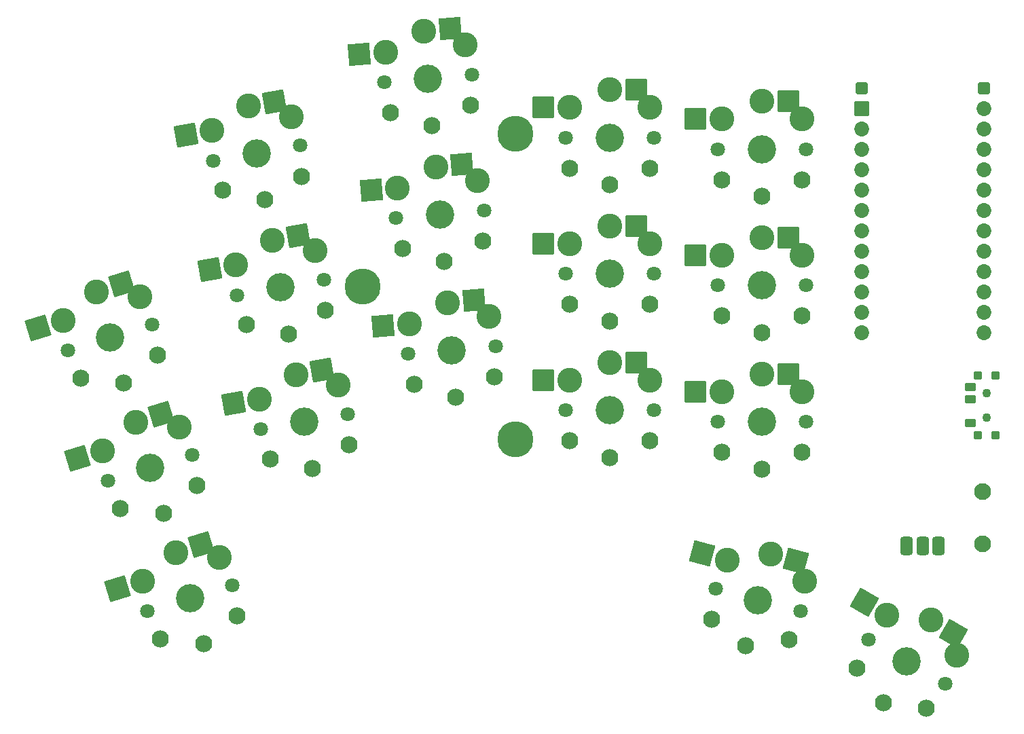
<source format=gts>
%TF.GenerationSoftware,KiCad,Pcbnew,(6.0.4-0)*%
%TF.CreationDate,2022-04-29T17:43:53+02:00*%
%TF.ProjectId,batta,62617474-612e-46b6-9963-61645f706362,v1.0.0*%
%TF.SameCoordinates,Original*%
%TF.FileFunction,Soldermask,Top*%
%TF.FilePolarity,Negative*%
%FSLAX46Y46*%
G04 Gerber Fmt 4.6, Leading zero omitted, Abs format (unit mm)*
G04 Created by KiCad (PCBNEW (6.0.4-0)) date 2022-04-29 17:43:53*
%MOMM*%
%LPD*%
G01*
G04 APERTURE LIST*
G04 Aperture macros list*
%AMRoundRect*
0 Rectangle with rounded corners*
0 $1 Rounding radius*
0 $2 $3 $4 $5 $6 $7 $8 $9 X,Y pos of 4 corners*
0 Add a 4 corners polygon primitive as box body*
4,1,4,$2,$3,$4,$5,$6,$7,$8,$9,$2,$3,0*
0 Add four circle primitives for the rounded corners*
1,1,$1+$1,$2,$3*
1,1,$1+$1,$4,$5*
1,1,$1+$1,$6,$7*
1,1,$1+$1,$8,$9*
0 Add four rect primitives between the rounded corners*
20,1,$1+$1,$2,$3,$4,$5,0*
20,1,$1+$1,$4,$5,$6,$7,0*
20,1,$1+$1,$6,$7,$8,$9,0*
20,1,$1+$1,$8,$9,$2,$3,0*%
G04 Aperture macros list end*
%ADD10C,4.500000*%
%ADD11RoundRect,0.050000X-0.450000X0.450000X-0.450000X-0.450000X0.450000X-0.450000X0.450000X0.450000X0*%
%ADD12RoundRect,0.050000X-0.625000X0.450000X-0.625000X-0.450000X0.625000X-0.450000X0.625000X0.450000X0*%
%ADD13RoundRect,0.425000X-0.375000X-0.750000X0.375000X-0.750000X0.375000X0.750000X-0.375000X0.750000X0*%
%ADD14C,2.100000*%
%ADD15C,3.100000*%
%ADD16C,1.801800*%
%ADD17C,3.529000*%
%ADD18RoundRect,0.050000X-1.054507X-1.505993X1.505993X-1.054507X1.054507X1.505993X-1.505993X1.054507X0*%
%ADD19C,2.132000*%
%ADD20RoundRect,0.050000X-1.181751X-1.408356X1.408356X-1.181751X1.181751X1.408356X-1.408356X1.181751X0*%
%ADD21RoundRect,0.050000X-1.300000X-1.300000X1.300000X-1.300000X1.300000X1.300000X-1.300000X1.300000X0*%
%ADD22RoundRect,0.050000X-1.775833X-0.475833X0.475833X-1.775833X1.775833X0.475833X-0.475833X1.775833X0*%
%ADD23C,1.100000*%
%ADD24RoundRect,0.050000X-0.863113X-1.623279X1.623279X-0.863113X0.863113X1.623279X-1.623279X0.863113X0*%
%ADD25RoundRect,0.050000X-1.592168X-0.919239X0.919239X-1.592168X1.592168X0.919239X-0.919239X1.592168X0*%
%ADD26RoundRect,0.050000X-0.876300X0.876300X-0.876300X-0.876300X0.876300X-0.876300X0.876300X0.876300X0*%
%ADD27C,1.852600*%
%ADD28RoundRect,0.425000X-0.375000X-0.375000X0.375000X-0.375000X0.375000X0.375000X-0.375000X0.375000X0*%
G04 APERTURE END LIST*
D10*
%TO.C,REF\u002A\u002A*%
X84582000Y88138000D03*
X103632000Y107188000D03*
X103632000Y69088000D03*
%TD*%
D11*
%TO.C,T1*%
X161311087Y69616483D03*
X163511087Y77016483D03*
X163511087Y69616483D03*
X161311087Y77016483D03*
D12*
X160336087Y71066483D03*
X160336087Y74066483D03*
X160336087Y75566483D03*
%TD*%
D13*
%TO.C,PAD1*%
X152411087Y55816483D03*
X156411087Y55816483D03*
X154411087Y55816483D03*
%TD*%
D14*
%TO.C,B1*%
X161911087Y56066483D03*
X161911087Y62566483D03*
%TD*%
D15*
%TO.C,S11*%
X75659968Y109306337D03*
X70353903Y110604673D03*
X70353903Y110604673D03*
D16*
X65970667Y103790002D03*
D15*
X65811891Y107569855D03*
D17*
X71387110Y104745067D03*
D16*
X76803553Y105700132D03*
D18*
X73579149Y111173371D03*
X62586645Y107001157D03*
%TD*%
D16*
%TO.C,S34*%
X157191785Y38610213D03*
D17*
X152428645Y41360213D03*
D16*
X147665505Y44110213D03*
D19*
X146198518Y40569316D03*
X154858772Y35569316D03*
X149478645Y36250663D03*
X149478645Y36250663D03*
%TD*%
D17*
%TO.C,S15*%
X94221643Y97114167D03*
D16*
X99700714Y97593524D03*
D15*
X98875782Y101285676D03*
X93703066Y103041525D03*
X93703066Y103041525D03*
X88913835Y100414118D03*
D16*
X88742572Y96634810D03*
D20*
X96965604Y103326961D03*
X85651298Y100128683D03*
%TD*%
D15*
%TO.C,S21*%
X115411087Y95636017D03*
D16*
X109911087Y89686017D03*
D15*
X115411087Y95636017D03*
X120411087Y93436017D03*
D16*
X120911087Y89686017D03*
D15*
X110411087Y93436017D03*
D17*
X115411087Y89686017D03*
D21*
X118686087Y95636017D03*
X107136087Y93436017D03*
%TD*%
D16*
%TO.C,S8*%
X71874705Y70306538D03*
X82707591Y72216668D03*
D17*
X77291148Y71261603D03*
D19*
X73026972Y66651093D03*
X82875050Y68387574D03*
X78315672Y65451237D03*
X78315672Y65451237D03*
%TD*%
D17*
%TO.C,S14*%
X95703291Y80178857D03*
D16*
X101182362Y80658214D03*
X90224220Y79699500D03*
D19*
X91053509Y75957538D03*
X101015456Y76829096D03*
X96217510Y74301308D03*
X96217510Y74301308D03*
%TD*%
D17*
%TO.C,S20*%
X115411087Y72686017D03*
D16*
X109911087Y72686017D03*
X120911087Y72686017D03*
D19*
X120411087Y68886017D03*
X110411087Y68886017D03*
X115411087Y66786017D03*
X115411087Y66786017D03*
%TD*%
D16*
%TO.C,S28*%
X128877759Y88246289D03*
X139877759Y88246289D03*
D17*
X134377759Y88246289D03*
D19*
X129377759Y84446289D03*
X139377759Y84446289D03*
X134377759Y82346289D03*
X134377759Y82346289D03*
%TD*%
D17*
%TO.C,S26*%
X134377759Y71246289D03*
D16*
X128877759Y71246289D03*
X139877759Y71246289D03*
D19*
X129377759Y67446289D03*
X139377759Y67446289D03*
X134377759Y65346289D03*
X134377759Y65346289D03*
%TD*%
D15*
%TO.C,S29*%
X134377759Y111196289D03*
X134377759Y111196289D03*
D16*
X139877759Y105246289D03*
D17*
X134377759Y105246289D03*
D15*
X139377759Y108996289D03*
X129377759Y108996289D03*
D16*
X128877759Y105246289D03*
D21*
X137652759Y111196289D03*
X126102759Y108996289D03*
%TD*%
D17*
%TO.C,S33*%
X152428645Y41360213D03*
D15*
X155403645Y46513064D03*
X149973518Y47107808D03*
D16*
X147665505Y44110213D03*
D15*
X155403645Y46513064D03*
X158633772Y42107808D03*
D16*
X157191785Y38610213D03*
D22*
X158239878Y44875564D03*
X147137285Y48745308D03*
%TD*%
D15*
%TO.C,S7*%
X71715929Y74086391D03*
X81564006Y75822873D03*
X76257941Y77121209D03*
D16*
X71874705Y70306538D03*
D15*
X76257941Y77121209D03*
D16*
X82707591Y72216668D03*
D17*
X77291148Y71261603D03*
D18*
X79483187Y77689907D03*
X68490683Y73517693D03*
%TD*%
D16*
%TO.C,S2*%
X57770005Y47649137D03*
D17*
X63029681Y49257181D03*
D16*
X68289357Y50865225D03*
D19*
X59359170Y44161364D03*
X68922217Y47085081D03*
X64754674Y43614983D03*
X64754674Y43614983D03*
%TD*%
D23*
%TO.C,T2*%
X162411087Y74816483D03*
X162411087Y71816483D03*
%TD*%
D16*
%TO.C,S1*%
X68289357Y50865225D03*
D15*
X66714811Y54305182D03*
X61290069Y54947194D03*
X61290069Y54947194D03*
D17*
X63029681Y49257181D03*
D15*
X57151763Y51381465D03*
D16*
X57770005Y47649137D03*
D24*
X64421967Y55904712D03*
X54019865Y50423948D03*
%TD*%
D17*
%TO.C,S5*%
X53089043Y81771543D03*
D16*
X58348719Y83379587D03*
D15*
X51349431Y87461556D03*
X51349431Y87461556D03*
D16*
X47829367Y80163499D03*
D15*
X47211125Y83895827D03*
X56774173Y86819544D03*
D24*
X54481329Y88419074D03*
X44079227Y82938310D03*
%TD*%
D15*
%TO.C,S27*%
X129377759Y91996289D03*
D16*
X139877759Y88246289D03*
D17*
X134377759Y88246289D03*
D15*
X139377759Y91996289D03*
X134377759Y94196289D03*
X134377759Y94196289D03*
D16*
X128877759Y88246289D03*
D21*
X137652759Y94196289D03*
X126102759Y91996289D03*
%TD*%
D15*
%TO.C,S9*%
X68763910Y90828123D03*
D17*
X74339129Y88003335D03*
D15*
X73305922Y93862941D03*
X78611987Y92564605D03*
D16*
X68922686Y87048270D03*
D15*
X73305922Y93862941D03*
D16*
X79755572Y88958400D03*
D18*
X76531168Y94431639D03*
X65538664Y90259425D03*
%TD*%
D16*
%TO.C,S16*%
X99700714Y97593524D03*
D17*
X94221643Y97114167D03*
D16*
X88742572Y96634810D03*
D19*
X99533808Y93764406D03*
X89571861Y92892848D03*
X94735862Y91236618D03*
X94735862Y91236618D03*
%TD*%
D16*
%TO.C,S30*%
X139877759Y105246289D03*
X128877759Y105246289D03*
D17*
X134377759Y105246289D03*
D19*
X139377759Y101446289D03*
X129377759Y101446289D03*
X134377759Y99346289D03*
X134377759Y99346289D03*
%TD*%
D16*
%TO.C,S13*%
X90224220Y79699500D03*
X101182362Y80658214D03*
D17*
X95703291Y80178857D03*
D15*
X95184714Y86106215D03*
X100357430Y84350366D03*
X95184714Y86106215D03*
X90395483Y83478808D03*
D20*
X98447252Y86391651D03*
X87132946Y83193373D03*
%TD*%
D16*
%TO.C,S24*%
X109911087Y106686017D03*
X120911087Y106686017D03*
D17*
X115411087Y106686017D03*
D19*
X110411087Y102886017D03*
X120411087Y102886017D03*
X115411087Y100786017D03*
X115411087Y100786017D03*
%TD*%
D16*
%TO.C,S17*%
X87260925Y113570120D03*
D17*
X92739996Y114049477D03*
D16*
X98219067Y114528834D03*
D15*
X87432188Y117349428D03*
X97394135Y118220986D03*
X92221419Y119976835D03*
X92221419Y119976835D03*
D20*
X95483957Y120262271D03*
X84169651Y117063993D03*
%TD*%
D16*
%TO.C,S4*%
X52799686Y63906318D03*
X63319038Y67122406D03*
D17*
X58059362Y65514362D03*
D19*
X54388851Y60418545D03*
X63951898Y63342262D03*
X59784355Y59872164D03*
X59784355Y59872164D03*
%TD*%
D16*
%TO.C,S10*%
X79755572Y88958400D03*
X68922686Y87048270D03*
D17*
X74339129Y88003335D03*
D19*
X70074953Y83392825D03*
X79923031Y85129306D03*
X75363653Y82192969D03*
X75363653Y82192969D03*
%TD*%
D16*
%TO.C,S22*%
X109911087Y89686017D03*
X120911087Y89686017D03*
D17*
X115411087Y89686017D03*
D19*
X110411087Y85886017D03*
X120411087Y85886017D03*
X115411087Y83786017D03*
X115411087Y83786017D03*
%TD*%
D17*
%TO.C,S31*%
X133891046Y49038738D03*
D16*
X128578454Y50462243D03*
D15*
X135431019Y54785997D03*
X139691247Y51366865D03*
X135431019Y54785997D03*
X130031988Y53955055D03*
D16*
X139203638Y47615233D03*
D25*
X138594426Y53938364D03*
X126868581Y54802687D03*
%TD*%
D26*
%TO.C,MCU1*%
X146791087Y110286483D03*
D27*
X146791087Y107746483D03*
X146791087Y105206483D03*
X146791087Y102666483D03*
X146791087Y100126483D03*
X146791087Y97586483D03*
X146791087Y95046483D03*
X146791087Y92506483D03*
X146791087Y89966483D03*
X146791087Y87426483D03*
X146791087Y84886483D03*
X146791087Y82346483D03*
X162031087Y110286483D03*
X162031087Y107746483D03*
X162031087Y105206483D03*
X162031087Y102666483D03*
X162031087Y100126483D03*
X162031087Y97586483D03*
X162031087Y95046483D03*
X162031087Y92506483D03*
X162031087Y89966483D03*
X162031087Y87426483D03*
X162031087Y84886483D03*
X162031087Y82346483D03*
D28*
X146791087Y112826483D03*
X162031087Y112826483D03*
%TD*%
D16*
%TO.C,S3*%
X52799686Y63906318D03*
D15*
X52181444Y67638646D03*
D17*
X58059362Y65514362D03*
D15*
X61744492Y70562363D03*
X56319750Y71204375D03*
X56319750Y71204375D03*
D16*
X63319038Y67122406D03*
D24*
X59451648Y72161893D03*
X49049546Y66681129D03*
%TD*%
D16*
%TO.C,S32*%
X139203638Y47615233D03*
D17*
X133891046Y49038738D03*
D16*
X128578454Y50462243D03*
D19*
X137737163Y44074125D03*
X128077904Y46662315D03*
X132364014Y43339776D03*
X132364014Y43339776D03*
%TD*%
D17*
%TO.C,S12*%
X71387110Y104745067D03*
D16*
X65970667Y103790002D03*
X76803553Y105700132D03*
D19*
X76971012Y101871038D03*
X67122934Y100134557D03*
X72411634Y98934701D03*
X72411634Y98934701D03*
%TD*%
D17*
%TO.C,S23*%
X115411087Y106686017D03*
D16*
X120911087Y106686017D03*
D15*
X115411087Y112636017D03*
X115411087Y112636017D03*
X110411087Y110436017D03*
X120411087Y110436017D03*
D16*
X109911087Y106686017D03*
D21*
X118686087Y112636017D03*
X107136087Y110436017D03*
%TD*%
D15*
%TO.C,S25*%
X134377759Y77196289D03*
D17*
X134377759Y71246289D03*
D15*
X129377759Y74996289D03*
D16*
X139877759Y71246289D03*
D15*
X134377759Y77196289D03*
X139377759Y74996289D03*
D16*
X128877759Y71246289D03*
D21*
X137652759Y77196289D03*
X126102759Y74996289D03*
%TD*%
D16*
%TO.C,S6*%
X47829367Y80163499D03*
X58348719Y83379587D03*
D17*
X53089043Y81771543D03*
D19*
X49418532Y76675726D03*
X58981579Y79599443D03*
X54814036Y76129345D03*
X54814036Y76129345D03*
%TD*%
D17*
%TO.C,S19*%
X115411087Y72686017D03*
D15*
X115411087Y78636017D03*
X110411087Y76436017D03*
D16*
X120911087Y72686017D03*
X109911087Y72686017D03*
D15*
X120411087Y76436017D03*
X115411087Y78636017D03*
D21*
X118686087Y78636017D03*
X107136087Y76436017D03*
%TD*%
D16*
%TO.C,S18*%
X98219067Y114528834D03*
D17*
X92739996Y114049477D03*
D16*
X87260925Y113570120D03*
D19*
X88090214Y109828158D03*
X98052161Y110699716D03*
X93254215Y108171928D03*
X93254215Y108171928D03*
%TD*%
M02*

</source>
